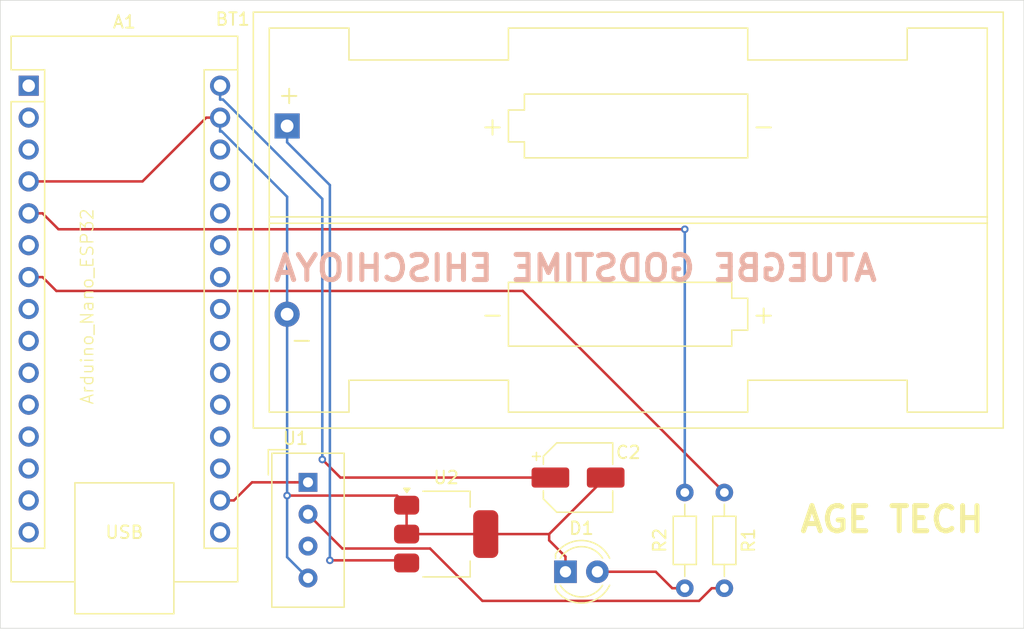
<source format=kicad_pcb>
(kicad_pcb (version 20240108) (generator "pcbnew") (generator_version "8.0")
  (layers (0 "F.Cu" signal) (31 "B.Cu" signal) (34 "B.Paste" user) (35 "F.Paste" user) (36 "B.SilkS" user "B.Silkscreen") (37 "F.SilkS" user "F.Silkscreen") (38 "B.Mask" user) (39 "F.Mask" user) (44 "Edge.Cuts" user))
  (net 0 "")
  (net 10 "GND")
  (net 18 "Net-(A1-D4)")
  (net 22 "Net-(A1-D2)")
  (net 23 "Net-(A1-VIN)")
  (net 27 "Net-(A1-3V3)")
  (net 30 "Net-(BT1-+)")
  (net 31 "Net-(D1-A)")
  (net 32 "Net-(U1-DATA)")
  (footprint "LED_THT:LED_D4.0mm" (layer "F.Cu") (at 78 80)
    (property "Reference" "D1" (at 1.27 -3.46 0) (layer "F.SilkS"))
    (property "Value" "LED")
    (fp_line (start -0.79 -1.399) (end -0.79 -1.08) (stroke (width 0.12)) (layer "F.SilkS"))
    (fp_line (start -0.79 1.08) (end -0.79 1.399) (stroke (width 0.12)) (layer "F.SilkS"))
    (fp_arc (start -0.79 -1.398749) (mid 1.453882 -2.483201) (end 3.513558 -1.080069) (stroke (width 0.12)) (layer "F.SilkS"))
    (fp_arc (start -0.41333 -1.08) (mid 1.269966 -2) (end 2.953294 -1.080057) (stroke (width 0.12)) (layer "F.SilkS"))
    (fp_arc (start 2.953294 1.080057) (mid 1.269966 2) (end -0.41333 1.08) (stroke (width 0.12)) (layer "F.SilkS"))
    (fp_arc (start 3.513558 1.080069) (mid 1.453882 2.483201) (end -0.79 1.398749) (stroke (width 0.12)) (layer "F.SilkS"))
    (pad "1" thru_hole rect (at 0 0) (size 1.8 1.8) (drill 0.9) (layers "*.Cu" "*.Mask") (net 10 "GND"))
    (pad "2" thru_hole circle (at 2.54 0) (size 1.8 1.8) (drill 0.9) (layers "*.Cu" "*.Mask") (net 31 "Net-(D1-A)"))
  )
  (footprint "Module:Arduino_Nano" (layer "F.Cu") (at 35.26 41.3)
    (property "Reference" "A1" (at 7.62 -5.08 0) (layer "F.SilkS"))
    (property "Value" "Arduino_Nano_ESP32")
    (fp_line (start -1.4 -3.94) (end -1.4 -1.27) (stroke (width 0.12)) (layer "F.SilkS"))
    (fp_line (start -1.4 1.27) (end -1.4 39.5) (stroke (width 0.12)) (layer "F.SilkS"))
    (fp_line (start -1.4 39.5) (end 3.68 39.5) (stroke (width 0.12)) (layer "F.SilkS"))
    (fp_line (start 1.27 -1.27) (end -1.4 -1.27) (stroke (width 0.12)) (layer "F.SilkS"))
    (fp_line (start 1.27 1.27) (end -1.4 1.27) (stroke (width 0.12)) (layer "F.SilkS"))
    (fp_line (start 1.27 1.27) (end 1.27 -1.27) (stroke (width 0.12)) (layer "F.SilkS"))
    (fp_line (start 1.27 1.27) (end 1.27 36.83) (stroke (width 0.12)) (layer "F.SilkS"))
    (fp_line (start 1.27 36.83) (end -1.4 36.83) (stroke (width 0.12)) (layer "F.SilkS"))
    (fp_line (start 3.68 31.62) (end 11.56 31.62) (stroke (width 0.12)) (layer "F.SilkS"))
    (fp_line (start 3.68 42.04) (end 3.68 31.62) (stroke (width 0.12)) (layer "F.SilkS"))
    (fp_line (start 11.56 31.62) (end 11.56 42.04) (stroke (width 0.12)) (layer "F.SilkS"))
    (fp_line (start 11.56 42.04) (end 3.68 42.04) (stroke (width 0.12)) (layer "F.SilkS"))
    (fp_line (start 13.97 -1.27) (end 13.97 36.83) (stroke (width 0.12)) (layer "F.SilkS"))
    (fp_line (start 13.97 -1.27) (end 16.64 -1.27) (stroke (width 0.12)) (layer "F.SilkS"))
    (fp_line (start 13.97 36.83) (end 16.64 36.83) (stroke (width 0.12)) (layer "F.SilkS"))
    (fp_line (start 16.64 -3.94) (end -1.4 -3.94) (stroke (width 0.12)) (layer "F.SilkS"))
    (fp_line (start 16.64 39.5) (end 11.56 39.5) (stroke (width 0.12)) (layer "F.SilkS"))
    (fp_line (start 16.64 39.5) (end 16.64 -3.94) (stroke (width 0.12)) (layer "F.SilkS"))
    (fp_text user "USB" (at 7.62 35.56 0) (layer "F.SilkS"))
    (pad "1" thru_hole rect (at 0 0) (size 1.6 1.6) (drill 1) (layers "*.Cu" "*.Mask"))
    (pad "2" thru_hole oval (at 0 2.54) (size 1.6 1.6) (drill 1) (layers "*.Cu" "*.Mask"))
    (pad "3" thru_hole oval (at 0 5.08) (size 1.6 1.6) (drill 1) (layers "*.Cu" "*.Mask"))
    (pad "4" thru_hole oval (at 0 7.62) (size 1.6 1.6) (drill 1) (layers "*.Cu" "*.Mask") (net 10 "GND"))
    (pad "5" thru_hole oval (at 0 10.16) (size 1.6 1.6) (drill 1) (layers "*.Cu" "*.Mask") (net 22 "Net-(A1-D2)"))
    (pad "6" thru_hole oval (at 0 12.7) (size 1.6 1.6) (drill 1) (layers "*.Cu" "*.Mask"))
    (pad "7" thru_hole oval (at 0 15.24) (size 1.6 1.6) (drill 1) (layers "*.Cu" "*.Mask") (net 18 "Net-(A1-D4)"))
    (pad "8" thru_hole oval (at 0 17.78) (size 1.6 1.6) (drill 1) (layers "*.Cu" "*.Mask"))
    (pad "9" thru_hole oval (at 0 20.32) (size 1.6 1.6) (drill 1) (layers "*.Cu" "*.Mask"))
    (pad "10" thru_hole oval (at 0 22.86) (size 1.6 1.6) (drill 1) (layers "*.Cu" "*.Mask"))
    (pad "11" thru_hole oval (at 0 25.4) (size 1.6 1.6) (drill 1) (layers "*.Cu" "*.Mask"))
    (pad "12" thru_hole oval (at 0 27.94) (size 1.6 1.6) (drill 1) (layers "*.Cu" "*.Mask"))
    (pad "13" thru_hole oval (at 0 30.48) (size 1.6 1.6) (drill 1) (layers "*.Cu" "*.Mask"))
    (pad "14" thru_hole oval (at 0 33.02) (size 1.6 1.6) (drill 1) (layers "*.Cu" "*.Mask"))
    (pad "15" thru_hole oval (at 0 35.56) (size 1.6 1.6) (drill 1) (layers "*.Cu" "*.Mask"))
    (pad "16" thru_hole oval (at 15.24 35.56) (size 1.6 1.6) (drill 1) (layers "*.Cu" "*.Mask"))
    (pad "17" thru_hole oval (at 15.24 33.02) (size 1.6 1.6) (drill 1) (layers "*.Cu" "*.Mask") (net 27 "Net-(A1-3V3)"))
    (pad "18" thru_hole oval (at 15.24 30.48) (size 1.6 1.6) (drill 1) (layers "*.Cu" "*.Mask"))
    (pad "19" thru_hole oval (at 15.24 27.94) (size 1.6 1.6) (drill 1) (layers "*.Cu" "*.Mask"))
    (pad "20" thru_hole oval (at 15.24 25.4) (size 1.6 1.6) (drill 1) (layers "*.Cu" "*.Mask"))
    (pad "21" thru_hole oval (at 15.24 22.86) (size 1.6 1.6) (drill 1) (layers "*.Cu" "*.Mask"))
    (pad "22" thru_hole oval (at 15.24 20.32) (size 1.6 1.6) (drill 1) (layers "*.Cu" "*.Mask"))
    (pad "23" thru_hole oval (at 15.24 17.78) (size 1.6 1.6) (drill 1) (layers "*.Cu" "*.Mask"))
    (pad "24" thru_hole oval (at 15.24 15.24) (size 1.6 1.6) (drill 1) (layers "*.Cu" "*.Mask"))
    (pad "25" thru_hole oval (at 15.24 12.7) (size 1.6 1.6) (drill 1) (layers "*.Cu" "*.Mask"))
    (pad "26" thru_hole oval (at 15.24 10.16) (size 1.6 1.6) (drill 1) (layers "*.Cu" "*.Mask"))
    (pad "27" thru_hole oval (at 15.24 7.62) (size 1.6 1.6) (drill 1) (layers "*.Cu" "*.Mask"))
    (pad "28" thru_hole oval (at 15.24 5.08) (size 1.6 1.6) (drill 1) (layers "*.Cu" "*.Mask"))
    (pad "29" thru_hole oval (at 15.24 2.54) (size 1.6 1.6) (drill 1) (layers "*.Cu" "*.Mask") (net 10 "GND"))
    (pad "30" thru_hole oval (at 15.24 0) (size 1.6 1.6) (drill 1) (layers "*.Cu" "*.Mask") (net 23 "Net-(A1-VIN)"))
  )
  (footprint "Sensor:Aosong_DHT11_5.5x12.0_P2.54mm" (layer "F.Cu") (at 57.5 72.88)
    (property "Reference" "U1" (at -1 -3.5 0) (layer "F.SilkS"))
    (property "Value" "DHT11")
    (fp_line (start -3.16 -2.6) (end -3.16 -0.6) (stroke (width 0.12)) (layer "F.SilkS"))
    (fp_line (start -3.16 -2.6) (end -1.55 -2.6) (stroke (width 0.12)) (layer "F.SilkS"))
    (fp_line (start -2.88 9.94) (end -2.88 -2.31) (stroke (width 0.12)) (layer "F.SilkS"))
    (fp_line (start -2.87 -2.32) (end 2.87 -2.32) (stroke (width 0.12)) (layer "F.SilkS"))
    (fp_line (start 2.88 -2.32) (end 2.88 9.94) (stroke (width 0.12)) (layer "F.SilkS"))
    (fp_line (start 2.88 9.94) (end -2.88 9.94) (stroke (width 0.12)) (layer "F.SilkS"))
    (pad "1" thru_hole rect (at 0 0) (size 1.5 1.5) (drill 0.8) (layers "*.Cu" "*.Mask") (net 27 "Net-(A1-3V3)"))
    (pad "2" thru_hole circle (at 0 2.54) (size 1.5 1.5) (drill 0.8) (layers "*.Cu" "*.Mask") (net 32 "Net-(U1-DATA)"))
    (pad "3" thru_hole circle (at 0 5.08) (size 1.5 1.5) (drill 0.8) (layers "*.Cu" "*.Mask"))
    (pad "4" thru_hole circle (at 0 7.62) (size 1.5 1.5) (drill 0.8) (layers "*.Cu" "*.Mask") (net 10 "GND"))
  )
  (footprint "Resistor_THT:R_Axial_DIN0204_L3.6mm_D1.6mm_P7.62mm_Horizontal" (layer "F.Cu") (at 87.5 73.69 -90)
    (property "Reference" "R2" (at 3.81 2 90) (layer "F.SilkS"))
    (property "Value" "330")
    (fp_line (start 1.89 0.92) (end 5.73 0.92) (stroke (width 0.12)) (layer "F.SilkS"))
    (fp_line (start 5.73 0.92) (end 5.73 -0.92) (stroke (width 0.12)) (layer "F.SilkS"))
    (fp_line (start 0.94 0) (end 1.89 0) (stroke (width 0.12)) (layer "F.SilkS"))
    (fp_line (start 6.68 0) (end 5.73 0) (stroke (width 0.12)) (layer "F.SilkS"))
    (fp_line (start 1.89 -0.92) (end 1.89 0.92) (stroke (width 0.12)) (layer "F.SilkS"))
    (fp_line (start 5.73 -0.92) (end 1.89 -0.92) (stroke (width 0.12)) (layer "F.SilkS"))
    (pad "1" thru_hole circle (at 0 0 270) (size 1.4 1.4) (drill 0.7) (layers "*.Cu" "*.Mask") (net 22 "Net-(A1-D2)"))
    (pad "2" thru_hole oval (at 7.62 0 270) (size 1.4 1.4) (drill 0.7) (layers "*.Cu" "*.Mask") (net 31 "Net-(D1-A)"))
  )
  (footprint "Capacitor_SMD:CP_Elec_5x3" (layer "F.Cu") (at 79 72.5)
    (property "Reference" "C2" (at 4 -2 0) (layer "F.SilkS"))
    (property "Value" "10uF")
    (fp_line (start -3.625 -1.685) (end -3 -1.685) (stroke (width 0.12)) (layer "F.SilkS"))
    (fp_line (start -3.3125 -1.9975) (end -3.3125 -1.3725) (stroke (width 0.12)) (layer "F.SilkS"))
    (fp_line (start -2.76 -1.695563) (end -2.76 -1.06) (stroke (width 0.12)) (layer "F.SilkS"))
    (fp_line (start -2.76 -1.695563) (end -1.695563 -2.76) (stroke (width 0.12)) (layer "F.SilkS"))
    (fp_line (start -2.76 1.695563) (end -2.76 1.06) (stroke (width 0.12)) (layer "F.SilkS"))
    (fp_line (start -2.76 1.695563) (end -1.695563 2.76) (stroke (width 0.12)) (layer "F.SilkS"))
    (fp_line (start -1.695563 -2.76) (end 2.76 -2.76) (stroke (width 0.12)) (layer "F.SilkS"))
    (fp_line (start -1.695563 2.76) (end 2.76 2.76) (stroke (width 0.12)) (layer "F.SilkS"))
    (fp_line (start 2.76 -2.76) (end 2.76 -1.06) (stroke (width 0.12)) (layer "F.SilkS"))
    (fp_line (start 2.76 2.76) (end 2.76 1.06) (stroke (width 0.12)) (layer "F.SilkS"))
    (pad "1" smd roundrect (at -2.2 0) (size 3 1.6) (layers "F.Cu" "F.Paste" "F.Mask") (roundrect_rratio 0.15625) (net 23 "Net-(A1-VIN)"))
    (pad "2" smd roundrect (at 2.2 0) (size 3 1.6) (layers "F.Cu" "F.Paste" "F.Mask") (roundrect_rratio 0.15625) (net 10 "GND"))
  )
  (footprint "Resistor_THT:R_Axial_DIN0204_L3.6mm_D1.6mm_P7.62mm_Horizontal" (layer "F.Cu") (at 90.65 73.69 -90)
    (property "Reference" "R1" (at 3.81 -1.92 90) (layer "F.SilkS"))
    (property "Value" "4.7k")
    (fp_line (start 1.89 0.92) (end 5.73 0.92) (stroke (width 0.12)) (layer "F.SilkS"))
    (fp_line (start 5.73 0.92) (end 5.73 -0.92) (stroke (width 0.12)) (layer "F.SilkS"))
    (fp_line (start 0.94 0) (end 1.89 0) (stroke (width 0.12)) (layer "F.SilkS"))
    (fp_line (start 6.68 0) (end 5.73 0) (stroke (width 0.12)) (layer "F.SilkS"))
    (fp_line (start 1.89 -0.92) (end 1.89 0.92) (stroke (width 0.12)) (layer "F.SilkS"))
    (fp_line (start 5.73 -0.92) (end 1.89 -0.92) (stroke (width 0.12)) (layer "F.SilkS"))
    (pad "1" thru_hole circle (at 0 0 270) (size 1.4 1.4) (drill 0.7) (layers "*.Cu" "*.Mask") (net 18 "Net-(A1-D4)"))
    (pad "2" thru_hole oval (at 7.62 0 270) (size 1.4 1.4) (drill 0.7) (layers "*.Cu" "*.Mask") (net 32 "Net-(U1-DATA)"))
  )
  (footprint "Battery:BatteryHolder_Keystone_2462_2xAA" (layer "F.Cu") (at 55.835 44.505)
    (property "Reference" "BT1" (at -4.335 -8.505 180) (layer "F.SilkS"))
    (property "Value" "5V")
    (fp_line (start -2.69 -9.065) (end -2.69 24.055) (stroke (width 0.12)) (layer "F.SilkS"))
    (fp_line (start -2.69 24.055) (end 57.02 24.055) (stroke (width 0.12)) (layer "F.SilkS"))
    (fp_line (start -1.42 -7.795) (end -1.42 22.785) (stroke (width 0.12)) (layer "F.SilkS"))
    (fp_line (start -1.42 7.241) (end 55.75 7.241) (stroke (width 0.12)) (layer "F.SilkS"))
    (fp_line (start -1.42 22.785) (end 4.925 22.785) (stroke (width 0.12)) (layer "F.SilkS"))
    (fp_line (start 4.925 -7.795) (end -1.42 -7.795) (stroke (width 0.12)) (layer "F.SilkS"))
    (fp_line (start 4.925 -5.255) (end 4.925 -7.795) (stroke (width 0.12)) (layer "F.SilkS"))
    (fp_line (start 4.925 -5.255) (end 17.625 -5.255) (stroke (width 0.12)) (layer "F.SilkS"))
    (fp_line (start 4.925 20.245) (end 17.625 20.245) (stroke (width 0.12)) (layer "F.SilkS"))
    (fp_line (start 4.925 22.785) (end 4.925 20.245) (stroke (width 0.12)) (layer "F.SilkS"))
    (fp_line (start 17.625 -7.795) (end 17.625 -5.255) (stroke (width 0.12)) (layer "F.SilkS"))
    (fp_line (start 17.625 -1.27) (end 18.895 -1.27) (stroke (width 0.12)) (layer "F.SilkS"))
    (fp_line (start 17.625 1.27) (end 17.625 -1.27) (stroke (width 0.12)) (layer "F.SilkS"))
    (fp_line (start 17.625 12.45) (end 35.405 12.45) (stroke (width 0.12)) (layer "F.SilkS"))
    (fp_line (start 17.625 17.53) (end 17.625 12.45) (stroke (width 0.12)) (layer "F.SilkS"))
    (fp_line (start 17.625 20.245) (end 17.625 22.785) (stroke (width 0.12)) (layer "F.SilkS"))
    (fp_line (start 17.625 22.785) (end 36.675 22.785) (stroke (width 0.12)) (layer "F.SilkS"))
    (fp_line (start 18.895 -2.54) (end 36.675 -2.54) (stroke (width 0.12)) (layer "F.SilkS"))
    (fp_line (start 18.895 -1.27) (end 18.895 -2.54) (stroke (width 0.12)) (layer "F.SilkS"))
    (fp_line (start 18.895 1.27) (end 17.625 1.27) (stroke (width 0.12)) (layer "F.SilkS"))
    (fp_line (start 18.895 2.54) (end 18.895 1.27) (stroke (width 0.12)) (layer "F.SilkS"))
    (fp_line (start 35.405 12.45) (end 35.405 13.72) (stroke (width 0.12)) (layer "F.SilkS"))
    (fp_line (start 35.405 13.72) (end 36.675 13.72) (stroke (width 0.12)) (layer "F.SilkS"))
    (fp_line (start 35.405 16.26) (end 35.405 17.53) (stroke (width 0.12)) (layer "F.SilkS"))
    (fp_line (start 35.405 17.53) (end 17.625 17.53) (stroke (width 0.12)) (layer "F.SilkS"))
    (fp_line (start 36.675 -7.795) (end 17.625 -7.795) (stroke (width 0.12)) (layer "F.SilkS"))
    (fp_line (start 36.675 -5.255) (end 36.675 -7.795) (stroke (width 0.12)) (layer "F.SilkS"))
    (fp_line (start 36.675 -2.54) (end 36.675 -1.27) (stroke (width 0.12)) (layer "F.SilkS"))
    (fp_line (start 36.675 -1.27) (end 36.675 2.54) (stroke (width 0.12)) (layer "F.SilkS"))
    (fp_line (start 36.675 2.54) (end 18.895 2.54) (stroke (width 0.12)) (layer "F.SilkS"))
    (fp_line (start 36.675 13.72) (end 36.675 16.26) (stroke (width 0.12)) (layer "F.SilkS"))
    (fp_line (start 36.675 16.26) (end 35.405 16.26) (stroke (width 0.12)) (layer "F.SilkS"))
    (fp_line (start 36.675 22.785) (end 36.675 20.245) (stroke (width 0.12)) (layer "F.SilkS"))
    (fp_line (start 49.375 -7.795) (end 49.375 -5.255) (stroke (width 0.12)) (layer "F.SilkS"))
    (fp_line (start 49.375 -5.255) (end 36.675 -5.255) (stroke (width 0.12)) (layer "F.SilkS"))
    (fp_line (start 49.375 20.245) (end 36.675 20.245) (stroke (width 0.12)) (layer "F.SilkS"))
    (fp_line (start 49.375 22.785) (end 49.375 20.245) (stroke (width 0.12)) (layer "F.SilkS"))
    (fp_line (start 55.75 -7.795) (end 49.375 -7.795) (stroke (width 0.12)) (layer "F.SilkS"))
    (fp_line (start 55.75 -7.795) (end 55.75 22.785) (stroke (width 0.12)) (layer "F.SilkS"))
    (fp_line (start 55.75 7.749) (end -1.42 7.749) (stroke (width 0.12)) (layer "F.SilkS"))
    (fp_line (start 55.75 22.785) (end 49.375 22.785) (stroke (width 0.12)) (layer "F.SilkS"))
    (fp_line (start 57.02 -9.065) (end -2.69 -9.065) (stroke (width 0.12)) (layer "F.SilkS"))
    (fp_line (start 57.02 24.055) (end 57.02 -9.065) (stroke (width 0.12)) (layer "F.SilkS"))
    (fp_text user "+" (at 37.945 14.99 0) (layer "F.SilkS") (effects (font (size 1.5 1.5))))
    (fp_text user "+" (at 16.355 0 0) (layer "F.SilkS") (effects (font (size 1.5 1.5))))
    (fp_text user "-" (at 37.945 0 0) (layer "F.SilkS") (effects (font (size 1.5 1.5))))
    (fp_text user "-" (at 16.355 14.99 0) (layer "F.SilkS") (effects (font (size 1.5 1.5))))
    (fp_text user "-" (at 1.165 16.995 0) (layer "F.SilkS") (effects (font (size 1.5 1.5))))
    (fp_text user "+" (at 0.165 -2.505 0) (layer "F.SilkS") (effects (font (size 1.5 1.5))))
    (pad "" np_thru_hole circle (at 27.165 0) (size 3.3 3.3) (drill 3.3) (layers "*.Cu" "*.Mask"))
    (pad "" np_thru_hole circle (at 27.165 14.99) (size 3.3 3.3) (drill 3.3) (layers "*.Cu" "*.Mask"))
    (pad "1" thru_hole rect (at 0 0) (size 2 2) (drill 1.02) (layers "*.Cu" "*.Mask") (net 30 "Net-(BT1-+)"))
    (pad "2" thru_hole circle (at 0 14.99) (size 2 2) (drill 1.02) (layers "*.Cu" "*.Mask") (net 10 "GND"))
  )
  (footprint "Package_TO_SOT_SMD:SOT-223-3_TabPin2" (layer "F.Cu") (at 68.5 77)
    (property "Reference" "U2" (at 0 -4.5 0) (layer "F.SilkS"))
    (property "Value" "AMS1117")
    (fp_line (start -1.85 -3.41) (end 1.91 -3.41) (stroke (width 0.12)) (layer "F.SilkS"))
    (fp_line (start -1.85 3.41) (end 1.91 3.41) (stroke (width 0.12)) (layer "F.SilkS"))
    (fp_line (start 1.91 -3.41) (end 1.91 -2.15) (stroke (width 0.12)) (layer "F.SilkS"))
    (fp_line (start 1.91 3.41) (end 1.91 2.15) (stroke (width 0.12)) (layer "F.SilkS"))
    (fp_poly (pts (xy -3.13 -3.31) (xy -3.37 -3.64) (xy -2.89 -3.64) (xy -3.13 -3.31)) (stroke (width 0.12)) (fill solid) (layer "F.SilkS"))
    (pad "1" smd roundrect (at -3.15 -2.3) (size 2 1.5) (layers "F.Cu" "F.Paste" "F.Mask") (net 10 "GND"))
    (pad "2" smd roundrect (at -3.15 0) (size 2 1.5) (layers "F.Cu" "F.Paste" "F.Mask") (net 10 "GND"))
    (pad "2" smd roundrect (at 3.15 0) (size 2 3.8) (layers "F.Cu" "F.Paste" "F.Mask") (net 10 "GND"))
    (pad "3" smd roundrect (at -3.15 2.3) (size 2 1.5) (layers "F.Cu" "F.Paste" "F.Mask") (net 30 "Net-(BT1-+)"))
  )
  (gr_rect (start 33 34.5) (end 114.5 84.5) (stroke (width 0.05)) (fill none) (layer "Edge.Cuts"))
  (gr_text "ATUEGBE GODSTIME EHISCHIOYA" (at 103 57 0) (layer "B.SilkS") (effects (font (size 2 2) (thickness 0.4) (bold yes)) (justify left bottom mirror)))
  (gr_text "Arduino_Nano_ESP32" (at 40.5 51 90) (layer "F.SilkS") (effects (font (size 1 1) (thickness 0.1)) (justify right bottom)))
  (gr_text "AGE TECH" (at 96.5 77 0) (layer "F.SilkS") (effects (font (size 2 2) (thickness 0.4) (bold yes)) (justify left bottom)))
  (segment (start 81.2 72.5) (end 76.7 77) (width 0.2) (layer "F.Cu") (net 10))
  (segment (start 76.7 77) (end 71.65 77) (width 0.2) (layer "F.Cu") (net 10))
  (segment (start 76.7 77.4983) (end 76.7 77) (width 0.2) (layer "F.Cu") (net 10))
  (segment (start 71.65 77) (end 65.35 77) (width 0.2) (layer "F.Cu") (net 10))
  (segment (start 64.5842 73.9342) (end 55.835 73.9342) (width 0.2) (layer "F.Cu") (net 10))
  (segment (start 50.5 43.84) (end 49.3983 43.84) (width 0.2) (layer "F.Cu") (net 10))
  (segment (start 78 80) (end 78 78.7983) (width 0.2) (layer "F.Cu") (net 10))
  (segment (start 49.3983 43.84) (end 44.3183 48.92) (width 0.2) (layer "F.Cu") (net 10))
  (segment (start 44.3183 48.92) (end 35.26 48.92) (width 0.2) (layer "F.Cu") (net 10))
  (segment (start 78 78.7983) (end 76.7 77.4983) (width 0.2) (layer "F.Cu") (net 10))
  (segment (start 65.35 77) (end 65.35 74.7) (width 0.2) (layer "F.Cu") (net 10))
  (segment (start 65.35 74.7) (end 64.5842 73.9342) (width 0.2) (layer "F.Cu") (net 10))
  (via (at 55.835 73.9342) (size 0.6) (drill 0.3) (layers "F.Cu" "B.Cu") (net 10))
  (segment (start 55.835 50.139) (end 55.835 59.495) (width 0.2) (layer "B.Cu") (net 10))
  (segment (start 55.835 73.9342) (end 55.835 78.835) (width 0.2) (layer "B.Cu") (net 10))
  (segment (start 50.5 43.84) (end 50.5 44.9417) (width 0.2) (layer "B.Cu") (net 10))
  (segment (start 50.5 44.9417) (end 50.6377 44.9417) (width 0.2) (layer "B.Cu") (net 10))
  (segment (start 55.835 59.495) (end 55.835 73.9342) (width 0.2) (layer "B.Cu") (net 10))
  (segment (start 55.835 78.835) (end 57.5 80.5) (width 0.2) (layer "B.Cu") (net 10))
  (segment (start 50.6377 44.9417) (end 55.835 50.139) (width 0.2) (layer "B.Cu") (net 10))
  (segment (start 35.26 56.54) (end 36.3617 56.54) (width 0.2) (layer "F.Cu") (net 18))
  (segment (start 36.3617 56.54) (end 37.4634 57.6417) (width 0.2) (layer "F.Cu") (net 18))
  (segment (start 74.6017 57.6417) (end 90.65 73.69) (width 0.2) (layer "F.Cu") (net 18))
  (segment (start 37.4634 57.6417) (end 74.6017 57.6417) (width 0.2) (layer "F.Cu") (net 18))
  (segment (start 35.26 51.46) (end 36.3617 51.46) (width 0.2) (layer "F.Cu") (net 22))
  (segment (start 36.3617 51.46) (end 37.6317 52.73) (width 0.2) (layer "F.Cu") (net 22))
  (segment (start 37.6317 52.73) (end 87.5 52.73) (width 0.2) (layer "F.Cu") (net 22))
  (via (at 87.5 52.73) (size 0.6) (drill 0.3) (layers "F.Cu" "B.Cu") (net 22))
  (segment (start 87.5 73.69) (end 87.5 52.73) (width 0.2) (layer "B.Cu") (net 22))
  (segment (start 60.0778 72.5) (end 58.6375 71.0597) (width 0.2) (layer "F.Cu") (net 23))
  (segment (start 76.8 72.5) (end 60.0778 72.5) (width 0.2) (layer "F.Cu") (net 23))
  (via (at 58.6375 71.0597) (size 0.6) (drill 0.3) (layers "F.Cu" "B.Cu") (net 23))
  (segment (start 50.5 41.3) (end 50.5 42.4017) (width 0.2) (layer "B.Cu") (net 23))
  (segment (start 58.6375 50.3109) (end 58.6375 71.0597) (width 0.2) (layer "B.Cu") (net 23))
  (segment (start 50.5 42.4017) (end 50.7283 42.4017) (width 0.2) (layer "B.Cu") (net 23))
  (segment (start 50.7283 42.4017) (end 58.6375 50.3109) (width 0.2) (layer "B.Cu") (net 23))
  (segment (start 57.5 72.88) (end 56.4483 72.88) (width 0.2) (layer "F.Cu") (net 27))
  (segment (start 53.0417 72.88) (end 51.6017 74.32) (width 0.2) (layer "F.Cu") (net 27))
  (segment (start 56.4483 72.88) (end 53.0417 72.88) (width 0.2) (layer "F.Cu") (net 27))
  (segment (start 50.5 74.32) (end 51.6017 74.32) (width 0.2) (layer "F.Cu") (net 27))
  (segment (start 65.1418 79.0918) (end 59.2412 79.0918) (width 0.2) (layer "F.Cu") (net 30))
  (segment (start 65.35 79.3) (end 65.1418 79.0918) (width 0.2) (layer "F.Cu") (net 30))
  (via (at 59.2412 79.0918) (size 0.6) (drill 0.3) (layers "F.Cu" "B.Cu") (net 30))
  (segment (start 55.835 45.8067) (end 59.2412 49.2129) (width 0.2) (layer "B.Cu") (net 30))
  (segment (start 55.835 44.505) (end 55.835 45.8067) (width 0.2) (layer "B.Cu") (net 30))
  (segment (start 59.2412 49.2129) (end 59.2412 79.0918) (width 0.2) (layer "B.Cu") (net 30))
  (segment (start 87.5 81.31) (end 86.4983 81.31) (width 0.2) (layer "F.Cu") (net 31))
  (segment (start 85.1883 80) (end 86.4983 81.31) (width 0.2) (layer "F.Cu") (net 31))
  (segment (start 80.54 80) (end 85.1883 80) (width 0.2) (layer "F.Cu") (net 31))
  (segment (start 90.65 81.31) (end 89.6483 81.31) (width 0.2) (layer "F.Cu") (net 32))
  (segment (start 88.6396 82.3187) (end 71.3854 82.3187) (width 0.2) (layer "F.Cu") (net 32))
  (segment (start 71.3854 82.3187) (end 67.2167 78.15) (width 0.2) (layer "F.Cu") (net 32))
  (segment (start 60.23 78.15) (end 57.5 75.42) (width 0.2) (layer "F.Cu") (net 32))
  (segment (start 67.2167 78.15) (end 60.23 78.15) (width 0.2) (layer "F.Cu") (net 32))
  (segment (start 89.6483 81.31) (end 88.6396 82.3187) (width 0.2) (layer "F.Cu") (net 32))
)
</source>
